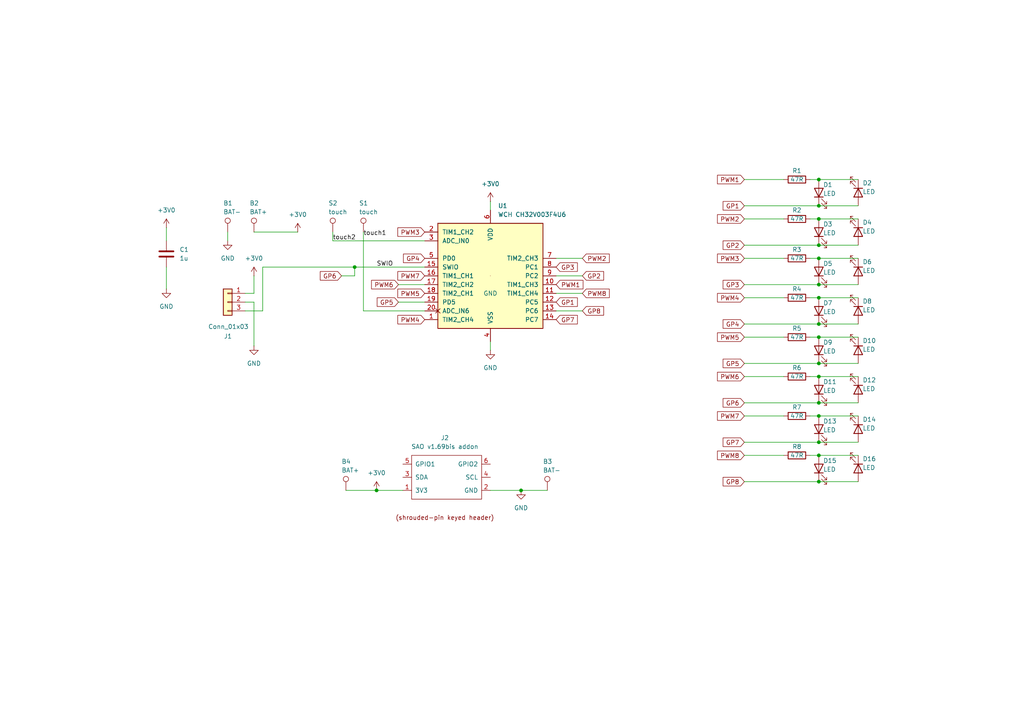
<source format=kicad_sch>
(kicad_sch (version 20231120) (generator "eeschema") (generator_version "8.0")
  (paper "A4")
  (lib_symbols
    (symbol "Connector:TestPoint" (pin_numbers hide) (pin_names (offset 0.762) hide)
      (property "Reference" "TP" (at 0 6.858 0))
      (property "Value" "TestPoint" (at 0 5.08 0))
      (symbol "TestPoint_0_1"
        (circle (center 0 3.302) (radius 0.762))
      )
      (symbol "TestPoint_1_1"
        (pin passive line (at 0 0 90) (length 2.54) (name "1") (number "1"))
      )
    )
    (symbol "Connector_Generic:Conn_01x03" (pin_names (offset 1.016) hide)
      (property "Reference" "J" (at 0 5.08 0))
      (property "Value" "Conn_01x03" (at 0 -5.08 0))
      (symbol "Conn_01x03_1_1"
        (rectangle (start -1.27 -2.413) (end 0 -2.667) (stroke (width 0.1524)))
        (rectangle (start -1.27 0.127) (end 0 -0.127) (stroke (width 0.1524)))
        (rectangle (start -1.27 2.667) (end 0 2.413) (stroke (width 0.1524)))
        (rectangle (start -1.27 3.81) (end 1.27 -3.81) (stroke (width 0.254)) (fill (type background)))
        (pin passive line (at -5.08 2.54 0) (length 3.81) (name "Pin_1") (number "1"))
        (pin passive line (at -5.08 0 0) (length 3.81) (name "Pin_2") (number "2"))
        (pin passive line (at -5.08 -2.54 0) (length 3.81) (name "Pin_3") (number "3"))
      )
    )
    (symbol "Device:C" (pin_numbers hide) (pin_names (offset 0.254))
      (property "Reference" "C" (at 0.635 2.54 0))
      (property "Value" "C" (at 0.635 -2.54 0))
      (symbol "C_0_1"
        (polyline (pts (xy -2.032 -0.762) (xy 2.032 -0.762)) (stroke (width 0.508)))
        (polyline (pts (xy -2.032 0.762) (xy 2.032 0.762)) (stroke (width 0.508)))
      )
      (symbol "C_1_1"
        (pin passive line (at 0 3.81 270) (length 2.794) (name "~") (number "1"))
        (pin passive line (at 0 -3.81 90) (length 2.794) (name "~") (number "2"))
      )
    )
    (symbol "Device:LED" (pin_numbers hide) (pin_names (offset 1.016) hide)
      (property "Reference" "D" (at 0 2.54 0))
      (property "Value" "LED" (at 0 -2.54 0))
      (symbol "LED_0_1"
        (polyline (pts (xy -1.27 -1.27) (xy -1.27 1.27)) (stroke (width 0.254)))
        (polyline (pts (xy -1.27 0) (xy 1.27 0)))
        (polyline (pts (xy 1.27 -1.27) (xy 1.27 1.27) (xy -1.27 0) (xy 1.27 -1.27)) (stroke (width 0.254)))
        (polyline (pts (xy -3.048 -0.762) (xy -4.572 -2.286) (xy -3.81 -2.286) (xy -4.572 -2.286) (xy -4.572 -1.524)))
        (polyline (pts (xy -1.778 -0.762) (xy -3.302 -2.286) (xy -2.54 -2.286) (xy -3.302 -2.286) (xy -3.302 -1.524)))
      )
      (symbol "LED_1_1"
        (pin passive line (at -3.81 0 0) (length 2.54) (name "K") (number "1"))
        (pin passive line (at 3.81 0 180) (length 2.54) (name "A") (number "2"))
      )
    )
    (symbol "Device:R" (pin_numbers hide) (pin_names (offset 0))
      (property "Reference" "R" (at 2.032 0 90))
      (property "Value" "R" (at 0 0 90))
      (symbol "R_0_1"
        (rectangle (start -1.016 -2.54) (end 1.016 2.54) (stroke (width 0.254)))
      )
      (symbol "R_1_1"
        (pin passive line (at 0 3.81 270) (length 1.27) (name "~") (number "1"))
        (pin passive line (at 0 -3.81 90) (length 1.27) (name "~") (number "2"))
      )
    )
    (symbol "extra:SAO v1.69bis addon" (pin_names (offset 1.016))
      (property "Reference" "J" (at -1.27 8.89 0))
      (property "Value" "SAO v1.69bis addon" (at -10.6806 -8.89 0))
      (symbol "SAO v1.69bis addon_0_1"
        (rectangle (start -10.16 6.35) (end 10.16 -6.35))
      )
      (symbol "SAO v1.69bis addon_1_1"
        (text "(shrouded-pin keyed header)" (at -0.508 -11.684 0) (effects (font (size 1.27 1.27))))
        (pin power_in line (at -12.7 -3.81 0) (length 2.54) (name "3V3") (number "1"))
        (pin power_in line (at 12.7 -3.81 180) (length 2.54) (name "GND") (number "2"))
        (pin bidirectional line (at -12.7 0 0) (length 2.54) (name "SDA") (number "3"))
        (pin input line (at 12.7 0 180) (length 2.54) (name "SCL") (number "4"))
        (pin bidirectional line (at -12.7 3.81 0) (length 2.54) (name "GPIO1") (number "5"))
        (pin bidirectional line (at 12.7 3.81 180) (length 2.54) (name "GPIO2") (number "6"))
      )
    )
    (symbol "extra:WCH CH32V003F4U6" (pin_names (offset 1.27))
      (property "Reference" "U" (at -13.97 16.51 0))
      (property "Value" "WCH CH32V003F4U6" (at 5.08 -16.51 0))
      (symbol "WCH CH32V003F4U6_0_1"
        (rectangle (start -15.24 15.24) (end 15.24 -15.24) (stroke (width 0.254)) (fill (type background)))
      )
      (symbol "WCH CH32V003F4U6_1_1"
        (pin bidirectional line (at -19.05 -12.7 0) (length 3.81) (name "PD7") (number "1") (alternate "TIM2_CH4" output line))
        (pin bidirectional line (at 19.05 -2.54 180) (length 3.81) (name "PC3") (number "10") (alternate "TIM1_CH3" output line))
        (pin bidirectional line (at 19.05 -5.08 180) (length 3.81) (name "PC4") (number "11") (alternate "TIM1_CH4" output line))
        (pin bidirectional line (at 19.05 -7.62 180) (length 3.81) (name "PC5") (number "12"))
        (pin bidirectional line (at 19.05 -10.16 180) (length 3.81) (name "PC6") (number "13"))
        (pin bidirectional line (at 19.05 -12.7 180) (length 3.81) (name "PC7") (number "14"))
        (pin bidirectional line (at -19.05 2.54 0) (length 3.81) (name "PD1") (number "15") (alternate "SWIO" bidirectional line))
        (pin bidirectional line (at -19.05 0 0) (length 3.81) (name "PD2") (number "16") (alternate "TIM1_CH1" output line))
        (pin bidirectional line (at -19.05 -2.54 0) (length 3.81) (name "PD3") (number "17") (alternate "TIM2_CH2" output line))
        (pin bidirectional line (at -19.05 -5.08 0) (length 3.81) (name "PD4") (number "18") (alternate "TIM2_CH1" output line))
        (pin bidirectional line (at -19.05 -7.62 0) (length 3.81) (name "PD5") (number "19"))
        (pin bidirectional line (at -19.05 12.7 0) (length 3.81) (name "PA1") (number "2") (alternate "TIM1_CH2" output line))
        (pin bidirectional line (at -19.05 -10.16 0) (length 3.81) (name "PD6") (number "20") (alternate "ADC_IN6" input non_logic))
        (pin power_in line (at 0 0 90) (length 3.81) hide (name "VSS") (number "21"))
        (pin bidirectional line (at -19.05 10.16 0) (length 3.81) (name "PA2") (number "3") (alternate "ADC_IN0" input line))
        (pin power_in line (at 0 -19.05 90) (length 3.81) (name "VSS") (number "4"))
        (pin bidirectional line (at -19.05 5.08 0) (length 3.81) (name "PD0") (number "5"))
        (pin power_in line (at 0 19.05 270) (length 3.81) (name "VDD") (number "6"))
        (pin bidirectional line (at 19.05 5.08 180) (length 3.81) (name "PC0") (number "7") (alternate "TIM2_CH3" output line))
        (pin bidirectional line (at 19.05 2.54 180) (length 3.81) (name "PC1") (number "8"))
        (pin bidirectional line (at 19.05 0 180) (length 3.81) (name "PC2") (number "9"))
      )
    )
    (symbol "power:+3V0" (power) (pin_numbers hide) (pin_names (offset 0) hide)
      (property "Value" "+3V0" (at 0 3.556 0))
      (symbol "+3V0_0_1"
        (polyline (pts (xy -0.762 1.27) (xy 0 2.54)))
        (polyline (pts (xy 0 0) (xy 0 2.54)))
        (polyline (pts (xy 0 2.54) (xy 0.762 1.27)))
      )
      (symbol "+3V0_1_1"
        (pin power_in line (at 0 0 90) (length 0) (name "~") (number "1"))
      )
    )
    (symbol "power:GND" (power) (pin_numbers hide) (pin_names (offset 0) hide)
      (property "Value" "GND" (at 0 -3.81 0))
      (symbol "GND_0_1"
        (polyline (pts (xy 0 0) (xy 0 -1.27) (xy 1.27 -1.27) (xy 0 -2.54) (xy -1.27 -1.27) (xy 0 -1.27)))
      )
      (symbol "GND_1_1"
        (pin power_in line (at 0 0 270) (length 0) (name "~") (number "1"))
      )
    )
  )
  (junction (at 237.49 109.22))
  (junction (at 237.49 52.07))
  (junction (at 237.49 74.93))
  (junction (at 237.49 105.41))
  (junction (at 151.13 142.24))
  (junction (at 109.22 142.24))
  (junction (at 237.49 93.98))
  (junction (at 237.49 128.27))
  (junction (at 237.49 82.55))
  (junction (at 102.87 77.47))
  (junction (at 237.49 63.5))
  (junction (at 237.49 71.12))
  (junction (at 237.49 97.79))
  (junction (at 237.49 120.65))
  (junction (at 237.49 116.84))
  (junction (at 237.49 86.36))
  (junction (at 237.49 132.08))
  (junction (at 237.49 59.69))
  (junction (at 237.49 139.7))
  (wire (pts (xy 123.19 69.85) (xy 96.52 69.85)))
  (wire (pts (xy 215.9 116.84) (xy 237.49 116.84)))
  (wire (pts (xy 71.12 87.63) (xy 73.66 87.63)))
  (wire (pts (xy 215.9 82.55) (xy 237.49 82.55)))
  (wire (pts (xy 48.26 83.82) (xy 48.26 77.47)))
  (wire (pts (xy 105.41 90.17) (xy 123.19 90.17)))
  (wire (pts (xy 76.2 77.47) (xy 102.87 77.47)))
  (wire (pts (xy 234.95 109.22) (xy 237.49 109.22)))
  (wire (pts (xy 234.95 74.93) (xy 237.49 74.93)))
  (wire (pts (xy 234.95 132.08) (xy 237.49 132.08)))
  (wire (pts (xy 161.29 85.09) (xy 168.91 85.09)))
  (wire (pts (xy 237.49 52.07) (xy 248.92 52.07)))
  (wire (pts (xy 73.66 85.09) (xy 71.12 85.09)))
  (wire (pts (xy 237.49 139.7) (xy 248.92 139.7)))
  (wire (pts (xy 215.9 71.12) (xy 237.49 71.12)))
  (wire (pts (xy 109.22 142.24) (xy 116.84 142.24)))
  (wire (pts (xy 237.49 105.41) (xy 248.92 105.41)))
  (wire (pts (xy 161.29 90.17) (xy 168.91 90.17)))
  (wire (pts (xy 237.49 86.36) (xy 248.92 86.36)))
  (wire (pts (xy 73.66 67.31) (xy 86.36 67.31)))
  (wire (pts (xy 237.49 116.84) (xy 248.92 116.84)))
  (wire (pts (xy 215.9 93.98) (xy 237.49 93.98)))
  (wire (pts (xy 215.9 105.41) (xy 237.49 105.41)))
  (wire (pts (xy 161.29 80.01) (xy 168.91 80.01)))
  (wire (pts (xy 102.87 77.47) (xy 123.19 77.47)))
  (wire (pts (xy 215.9 86.36) (xy 227.33 86.36)))
  (wire (pts (xy 142.24 99.06) (xy 142.24 101.6)))
  (wire (pts (xy 151.13 142.24) (xy 158.75 142.24)))
  (wire (pts (xy 237.49 71.12) (xy 248.92 71.12)))
  (wire (pts (xy 105.41 67.31) (xy 105.41 90.17)))
  (wire (pts (xy 215.9 120.65) (xy 227.33 120.65)))
  (wire (pts (xy 237.49 93.98) (xy 248.92 93.98)))
  (wire (pts (xy 161.29 74.93) (xy 168.91 74.93)))
  (wire (pts (xy 215.9 59.69) (xy 237.49 59.69)))
  (wire (pts (xy 142.24 58.42) (xy 142.24 60.96)))
  (wire (pts (xy 237.49 120.65) (xy 248.92 120.65)))
  (wire (pts (xy 215.9 139.7) (xy 237.49 139.7)))
  (wire (pts (xy 100.33 142.24) (xy 109.22 142.24)))
  (wire (pts (xy 237.49 59.69) (xy 248.92 59.69)))
  (wire (pts (xy 234.95 120.65) (xy 237.49 120.65)))
  (wire (pts (xy 99.06 80.01) (xy 102.87 80.01)))
  (wire (pts (xy 215.9 132.08) (xy 227.33 132.08)))
  (wire (pts (xy 215.9 74.93) (xy 227.33 74.93)))
  (wire (pts (xy 237.49 109.22) (xy 248.92 109.22)))
  (wire (pts (xy 96.52 69.85) (xy 96.52 67.31)))
  (wire (pts (xy 66.04 67.31) (xy 66.04 69.85)))
  (wire (pts (xy 234.95 97.79) (xy 237.49 97.79)))
  (wire (pts (xy 48.26 66.04) (xy 48.26 69.85)))
  (wire (pts (xy 73.66 80.01) (xy 73.66 85.09)))
  (wire (pts (xy 237.49 128.27) (xy 248.92 128.27)))
  (wire (pts (xy 215.9 128.27) (xy 237.49 128.27)))
  (wire (pts (xy 76.2 90.17) (xy 71.12 90.17)))
  (wire (pts (xy 215.9 97.79) (xy 227.33 97.79)))
  (wire (pts (xy 215.9 52.07) (xy 227.33 52.07)))
  (wire (pts (xy 215.9 63.5) (xy 227.33 63.5)))
  (wire (pts (xy 237.49 82.55) (xy 248.92 82.55)))
  (wire (pts (xy 234.95 63.5) (xy 237.49 63.5)))
  (wire (pts (xy 115.57 87.63) (xy 123.19 87.63)))
  (wire (pts (xy 115.57 82.55) (xy 123.19 82.55)))
  (wire (pts (xy 234.95 52.07) (xy 237.49 52.07)))
  (wire (pts (xy 102.87 80.01) (xy 102.87 77.47)))
  (wire (pts (xy 73.66 87.63) (xy 73.66 100.33)))
  (wire (pts (xy 234.95 86.36) (xy 237.49 86.36)))
  (wire (pts (xy 142.24 142.24) (xy 151.13 142.24)))
  (wire (pts (xy 237.49 63.5) (xy 248.92 63.5)))
  (wire (pts (xy 76.2 77.47) (xy 76.2 90.17)))
  (wire (pts (xy 237.49 74.93) (xy 248.92 74.93)))
  (wire (pts (xy 237.49 97.79) (xy 248.92 97.79)))
  (wire (pts (xy 237.49 132.08) (xy 248.92 132.08)))
  (wire (pts (xy 215.9 109.22) (xy 227.33 109.22)))
  (label "touch1" (at 105.41 68.58 0))
  (label "touch2" (at 96.52 69.85 0))
  (label "SWIO" (at 109.22 77.47 0))
  (global_label "GP1" (shape input) (at 161.29 87.63 0) (property "Intersheetrefs" "${INTERSHEET_REFS}" (effects (hide yes))))
  (global_label "GP4" (shape input) (at 123.19 74.93 180) (property "Intersheetrefs" "${INTERSHEET_REFS}" (effects (hide yes))))
  (global_label "GP3" (shape input) (at 215.9 82.55 180) (property "Intersheetrefs" "${INTERSHEET_REFS}" (effects (hide yes))))
  (global_label "PWM3" (shape input) (at 123.19 67.31 180) (property "Intersheetrefs" "${INTERSHEET_REFS}" (effects (hide yes))))
  (global_label "PWM6" (shape input) (at 215.9 109.22 180) (property "Intersheetrefs" "${INTERSHEET_REFS}" (effects (hide yes))))
  (global_label "GP1" (shape input) (at 215.9 59.69 180) (property "Intersheetrefs" "${INTERSHEET_REFS}" (effects (hide yes))))
  (global_label "PWM1" (shape input) (at 215.9 52.07 180) (property "Intersheetrefs" "${INTERSHEET_REFS}" (effects (hide yes))))
  (global_label "GP7" (shape input) (at 161.29 92.71 0) (property "Intersheetrefs" "${INTERSHEET_REFS}" (effects (hide yes))))
  (global_label "PWM1" (shape input) (at 161.29 82.55 0) (property "Intersheetrefs" "${INTERSHEET_REFS}" (effects (hide yes))))
  (global_label "PWM2" (shape input) (at 215.9 63.5 180) (property "Intersheetrefs" "${INTERSHEET_REFS}" (effects (hide yes))))
  (global_label "GP5" (shape input) (at 115.57 87.63 180) (property "Intersheetrefs" "${INTERSHEET_REFS}" (effects (hide yes))))
  (global_label "GP8" (shape input) (at 168.91 90.17 0) (property "Intersheetrefs" "${INTERSHEET_REFS}" (effects (hide yes))))
  (global_label "PWM7" (shape input) (at 215.9 120.65 180) (property "Intersheetrefs" "${INTERSHEET_REFS}" (effects (hide yes))))
  (global_label "GP2" (shape input) (at 215.9 71.12 180) (property "Intersheetrefs" "${INTERSHEET_REFS}" (effects (hide yes))))
  (global_label "PWM4" (shape input) (at 215.9 86.36 180) (property "Intersheetrefs" "${INTERSHEET_REFS}" (effects (hide yes))))
  (global_label "GP7" (shape input) (at 215.9 128.27 180) (property "Intersheetrefs" "${INTERSHEET_REFS}" (effects (hide yes))))
  (global_label "PWM5" (shape input) (at 123.19 85.09 180) (property "Intersheetrefs" "${INTERSHEET_REFS}" (effects (hide yes))))
  (global_label "PWM5" (shape input) (at 215.9 97.79 180) (property "Intersheetrefs" "${INTERSHEET_REFS}" (effects (hide yes))))
  (global_label "PWM3" (shape input) (at 215.9 74.93 180) (property "Intersheetrefs" "${INTERSHEET_REFS}" (effects (hide yes))))
  (global_label "PWM7" (shape input) (at 123.19 80.01 180) (property "Intersheetrefs" "${INTERSHEET_REFS}" (effects (hide yes))))
  (global_label "GP3" (shape input) (at 161.29 77.47 0) (property "Intersheetrefs" "${INTERSHEET_REFS}" (effects (hide yes))))
  (global_label "PWM2" (shape input) (at 168.91 74.93 0) (property "Intersheetrefs" "${INTERSHEET_REFS}" (effects (hide yes))))
  (global_label "GP5" (shape input) (at 215.9 105.41 180) (property "Intersheetrefs" "${INTERSHEET_REFS}" (effects (hide yes))))
  (global_label "PWM6" (shape input) (at 115.57 82.55 180) (property "Intersheetrefs" "${INTERSHEET_REFS}" (effects (hide yes))))
  (global_label "GP4" (shape input) (at 215.9 93.98 180) (property "Intersheetrefs" "${INTERSHEET_REFS}" (effects (hide yes))))
  (global_label "GP6" (shape input) (at 215.9 116.84 180) (property "Intersheetrefs" "${INTERSHEET_REFS}" (effects (hide yes))))
  (global_label "GP2" (shape input) (at 168.91 80.01 0) (property "Intersheetrefs" "${INTERSHEET_REFS}" (effects (hide yes))))
  (global_label "PWM4" (shape input) (at 123.19 92.71 180) (property "Intersheetrefs" "${INTERSHEET_REFS}" (effects (hide yes))))
  (global_label "PWM8" (shape input) (at 215.9 132.08 180) (property "Intersheetrefs" "${INTERSHEET_REFS}" (effects (hide yes))))
  (global_label "GP8" (shape input) (at 215.9 139.7 180) (property "Intersheetrefs" "${INTERSHEET_REFS}" (effects (hide yes))))
  (global_label "GP6" (shape input) (at 99.06 80.01 180) (property "Intersheetrefs" "${INTERSHEET_REFS}" (effects (hide yes))))
  (global_label "PWM8" (shape input) (at 168.91 85.09 0) (property "Intersheetrefs" "${INTERSHEET_REFS}" (effects (hide yes))))
  (symbol (lib_id "Device:R") (at 231.14 63.5 90) (unit 1)
    (property "Reference" "R2" (at 231.14 60.96 90))
    (property "Value" "47R" (at 231.14 63.5 90))
    (property "Footprint" "Resistor_SMD:R_0402_1005Metric" (effects (hide yes)))
    (property "Datasheet" "https://www.lcsc.com/datasheet/lcsc_datasheet_2411071710_FOJAN-FRC0402F47R0TS_C2909362.pdf" (effects (hide yes)))
    (property "Description" "Resistor" (effects (hide yes)))
    (property "LCSC" "C2909362" (effects (hide yes)))
  )
  (symbol (lib_id "Device:R") (at 231.14 132.08 90) (unit 1)
    (property "Reference" "R8" (at 231.14 129.54 90))
    (property "Value" "47R" (at 231.14 132.08 90))
    (property "Footprint" "Resistor_SMD:R_0402_1005Metric" (effects (hide yes)))
    (property "Datasheet" "https://www.lcsc.com/datasheet/lcsc_datasheet_2411071710_FOJAN-FRC0402F47R0TS_C2909362.pdf" (effects (hide yes)))
    (property "Description" "Resistor" (effects (hide yes)))
    (property "LCSC" "C2909362" (effects (hide yes)))
  )
  (symbol (lib_id "power:GND") (at 66.04 69.85 0) (unit 1)
    (property "Reference" "#PWR03" (effects (hide yes)))
    (property "Value" "GND" (at 66.04 74.93 0))
    (property "Description" "Power symbol creates a global label with name \"GND\" , ground" (effects (hide yes)))
  )
  (symbol (lib_id "power:GND") (at 151.13 142.24 0) (unit 1)
    (property "Reference" "#PWR08" (effects (hide yes)))
    (property "Value" "GND" (at 151.13 147.32 0))
    (property "Description" "Power symbol creates a global label with name \"GND\" , ground" (effects (hide yes)))
  )
  (symbol (lib_id "Device:R") (at 231.14 52.07 90) (unit 1)
    (property "Reference" "R1" (at 231.14 49.53 90))
    (property "Value" "47R" (at 231.14 52.07 90))
    (property "Footprint" "Resistor_SMD:R_0402_1005Metric" (effects (hide yes)))
    (property "Datasheet" "https://www.lcsc.com/datasheet/lcsc_datasheet_2411071710_FOJAN-FRC0402F47R0TS_C2909362.pdf" (effects (hide yes)))
    (property "Description" "Resistor" (effects (hide yes)))
    (property "LCSC" "C2909362" (effects (hide yes)))
  )
  (symbol (lib_id "Device:LED") (at 237.49 67.31 90) (unit 1)
    (property "Reference" "D3" (at 238.76 65.024 90) (effects (justify right)))
    (property "Value" "LED" (at 238.76 67.564 90) (effects (justify right)))
    (property "Footprint" "LED_SMD:LED_0402_1005Metric" (effects (hide yes)))
    (property "Datasheet" "https://www.lcsc.com/datasheet/lcsc_datasheet_2402181505_XINGLIGHT-XL-1005SURC_C965790.pdf" (effects (hide yes)))
    (property "Description" "Light emitting diode" (effects (hide yes)))
    (property "LCSC" "C965790" (effects (hide yes)))
  )
  (symbol (lib_id "power:+3V0") (at 142.24 58.42 0) (unit 1)
    (property "Reference" "#PWR01" (effects (hide yes)))
    (property "Value" "+3V0" (at 142.24 53.34 0))
    (property "Description" "Power symbol creates a global label with name \"+3V0\"" (effects (hide yes)))
  )
  (symbol (lib_id "Device:LED") (at 248.92 67.31 270) (unit 1)
    (property "Reference" "D4" (at 250.19 64.516 90) (effects (justify left)))
    (property "Value" "LED" (at 250.19 67.056 90) (effects (justify left)))
    (property "Footprint" "LED_SMD:LED_0402_1005Metric" (effects (hide yes)))
    (property "Datasheet" "https://www.lcsc.com/datasheet/lcsc_datasheet_2402181505_XINGLIGHT-XL-1005SURC_C965790.pdf" (effects (hide yes)))
    (property "Description" "Light emitting diode" (effects (hide yes)))
    (property "LCSC" "C965790" (effects (hide yes)))
  )
  (symbol (lib_id "Device:R") (at 231.14 97.79 90) (unit 1)
    (property "Reference" "R5" (at 231.14 95.25 90))
    (property "Value" "47R" (at 231.14 97.79 90))
    (property "Footprint" "Resistor_SMD:R_0402_1005Metric" (effects (hide yes)))
    (property "Datasheet" "https://www.lcsc.com/datasheet/lcsc_datasheet_2411071710_FOJAN-FRC0402F47R0TS_C2909362.pdf" (effects (hide yes)))
    (property "Description" "Resistor" (effects (hide yes)))
    (property "LCSC" "C2909362" (effects (hide yes)))
  )
  (symbol (lib_id "Device:LED") (at 237.49 101.6 90) (unit 1)
    (property "Reference" "D9" (at 238.76 99.314 90) (effects (justify right)))
    (property "Value" "LED" (at 238.76 101.854 90) (effects (justify right)))
    (property "Footprint" "LED_SMD:LED_0402_1005Metric" (effects (hide yes)))
    (property "Datasheet" "https://www.lcsc.com/datasheet/lcsc_datasheet_2402181505_XINGLIGHT-XL-1005SURC_C965790.pdf" (effects (hide yes)))
    (property "Description" "Light emitting diode" (effects (hide yes)))
    (property "LCSC" "C965790" (effects (hide yes)))
  )
  (symbol (lib_id "power:GND") (at 142.24 101.6 0) (unit 1)
    (property "Reference" "#PWR05" (effects (hide yes)))
    (property "Value" "GND" (at 142.24 106.68 0))
    (property "Description" "Power symbol creates a global label with name \"GND\" , ground" (effects (hide yes)))
  )
  (symbol (lib_id "Device:LED") (at 248.92 78.74 270) (unit 1)
    (property "Reference" "D6" (at 250.19 75.946 90) (effects (justify left)))
    (property "Value" "LED" (at 250.19 78.486 90) (effects (justify left)))
    (property "Footprint" "LED_SMD:LED_0402_1005Metric" (effects (hide yes)))
    (property "Datasheet" "https://www.lcsc.com/datasheet/lcsc_datasheet_2402181505_XINGLIGHT-XL-1005SURC_C965790.pdf" (effects (hide yes)))
    (property "Description" "Light emitting diode" (effects (hide yes)))
    (property "LCSC" "C965790" (effects (hide yes)))
  )
  (symbol (lib_id "Connector:TestPoint") (at 158.75 142.24 0) (unit 1) (in_bom no)
    (property "Reference" "B3" (at 157.48 133.858 0) (effects (justify left)))
    (property "Value" "BAT-" (at 157.48 136.398 0) (effects (justify left)))
    (property "Footprint" "TestPoint:TestPoint_Pad_D4.0mm" (effects (hide yes)))
    (property "Description" "test point" (effects (hide yes)))
  )
  (symbol (lib_id "Device:LED") (at 237.49 55.88 90) (unit 1)
    (property "Reference" "D1" (at 238.76 53.594 90) (effects (justify right)))
    (property "Value" "LED" (at 238.76 56.134 90) (effects (justify right)))
    (property "Footprint" "LED_SMD:LED_0402_1005Metric" (effects (hide yes)))
    (property "Datasheet" "https://www.lcsc.com/datasheet/lcsc_datasheet_2402181505_XINGLIGHT-XL-1005SURC_C965790.pdf" (effects (hide yes)))
    (property "Description" "Light emitting diode" (effects (hide yes)))
    (property "LCSC" "C965790" (effects (hide yes)))
  )
  (symbol (lib_id "Device:LED") (at 248.92 101.6 270) (unit 1)
    (property "Reference" "D10" (at 250.19 98.806 90) (effects (justify left)))
    (property "Value" "LED" (at 250.19 101.346 90) (effects (justify left)))
    (property "Footprint" "LED_SMD:LED_0402_1005Metric" (effects (hide yes)))
    (property "Datasheet" "https://www.lcsc.com/datasheet/lcsc_datasheet_2402181505_XINGLIGHT-XL-1005SURC_C965790.pdf" (effects (hide yes)))
    (property "Description" "Light emitting diode" (effects (hide yes)))
    (property "LCSC" "C965790" (effects (hide yes)))
  )
  (symbol (lib_id "Connector:TestPoint") (at 105.41 67.31 0) (unit 1) (in_bom no)
    (property "Reference" "S1" (at 104.14 58.928 0) (effects (justify left)))
    (property "Value" "touch" (at 104.14 61.468 0) (effects (justify left)))
    (property "Footprint" "TestPoint:TestPoint_Pad_D4.0mm" (effects (hide yes)))
    (property "Description" "test point" (effects (hide yes)))
  )
  (symbol (lib_id "power:+3V0") (at 48.26 66.04 0) (unit 1)
    (property "Reference" "#PWR09" (effects (hide yes)))
    (property "Value" "+3V0" (at 48.26 60.96 0))
    (property "Description" "Power symbol creates a global label with name \"+3V0\"" (effects (hide yes)))
  )
  (symbol (lib_id "Device:LED") (at 237.49 135.89 90) (unit 1)
    (property "Reference" "D15" (at 238.76 133.604 90) (effects (justify right)))
    (property "Value" "LED" (at 238.76 136.144 90) (effects (justify right)))
    (property "Footprint" "LED_SMD:LED_0402_1005Metric" (effects (hide yes)))
    (property "Datasheet" "https://www.lcsc.com/datasheet/lcsc_datasheet_2402181505_XINGLIGHT-XL-1005SURC_C965790.pdf" (effects (hide yes)))
    (property "Description" "Light emitting diode" (effects (hide yes)))
    (property "LCSC" "C965790" (effects (hide yes)))
  )
  (symbol (lib_id "Device:LED") (at 248.92 90.17 270) (unit 1)
    (property "Reference" "D8" (at 250.19 87.376 90) (effects (justify left)))
    (property "Value" "LED" (at 250.19 89.916 90) (effects (justify left)))
    (property "Footprint" "LED_SMD:LED_0402_1005Metric" (effects (hide yes)))
    (property "Datasheet" "https://www.lcsc.com/datasheet/lcsc_datasheet_2402181505_XINGLIGHT-XL-1005SURC_C965790.pdf" (effects (hide yes)))
    (property "Description" "Light emitting diode" (effects (hide yes)))
    (property "LCSC" "C965790" (effects (hide yes)))
  )
  (symbol (lib_id "Device:LED") (at 237.49 90.17 90) (unit 1)
    (property "Reference" "D7" (at 238.76 87.884 90) (effects (justify right)))
    (property "Value" "LED" (at 238.76 90.424 90) (effects (justify right)))
    (property "Footprint" "LED_SMD:LED_0402_1005Metric" (effects (hide yes)))
    (property "Datasheet" "https://www.lcsc.com/datasheet/lcsc_datasheet_2402181505_XINGLIGHT-XL-1005SURC_C965790.pdf" (effects (hide yes)))
    (property "Description" "Light emitting diode" (effects (hide yes)))
    (property "LCSC" "C965790" (effects (hide yes)))
  )
  (symbol (lib_id "power:+3V0") (at 109.22 142.24 0) (unit 1)
    (property "Reference" "#PWR011" (effects (hide yes)))
    (property "Value" "+3V0" (at 109.22 137.16 0))
    (property "Description" "Power symbol creates a global label with name \"+3V0\"" (effects (hide yes)))
  )
  (symbol (lib_id "Device:R") (at 231.14 86.36 90) (unit 1)
    (property "Reference" "R4" (at 231.14 83.82 90))
    (property "Value" "47R" (at 231.14 86.36 90))
    (property "Footprint" "Resistor_SMD:R_0402_1005Metric" (effects (hide yes)))
    (property "Datasheet" "https://www.lcsc.com/datasheet/lcsc_datasheet_2411071710_FOJAN-FRC0402F47R0TS_C2909362.pdf" (effects (hide yes)))
    (property "Description" "Resistor" (effects (hide yes)))
    (property "LCSC" "C2909362" (effects (hide yes)))
  )
  (symbol (lib_id "Device:LED") (at 237.49 78.74 90) (unit 1)
    (property "Reference" "D5" (at 238.76 76.454 90) (effects (justify right)))
    (property "Value" "LED" (at 238.76 78.994 90) (effects (justify right)))
    (property "Footprint" "LED_SMD:LED_0402_1005Metric" (effects (hide yes)))
    (property "Datasheet" "https://www.lcsc.com/datasheet/lcsc_datasheet_2402181505_XINGLIGHT-XL-1005SURC_C965790.pdf" (effects (hide yes)))
    (property "Description" "Light emitting diode" (effects (hide yes)))
    (property "LCSC" "C965790" (effects (hide yes)))
  )
  (symbol (lib_id "power:+3V0") (at 73.66 80.01 0) (unit 1)
    (property "Reference" "#PWR06" (effects (hide yes)))
    (property "Value" "+3V0" (at 73.66 74.93 0))
    (property "Description" "Power symbol creates a global label with name \"+3V0\"" (effects (hide yes)))
  )
  (symbol (lib_id "power:GND") (at 73.66 100.33 0) (unit 1)
    (property "Reference" "#PWR07" (effects (hide yes)))
    (property "Value" "GND" (at 73.66 105.41 0))
    (property "Description" "Power symbol creates a global label with name \"GND\" , ground" (effects (hide yes)))
  )
  (symbol (lib_id "extra:SAO v1.69bis addon") (at 129.54 138.43 0) (unit 1)
    (property "Reference" "J2" (at 129.032 127 0))
    (property "Value" "SAO v1.69bis addon" (at 129.032 129.54 0))
    (property "Footprint" "Connector_IDC:IDC-Header_2x03_P2.54mm_Vertical" (effects (hide yes)))
    (property "Datasheet" "https://hackaday.com/2019/03/20/introducing-the-shitty-add-on-v1-69bis-standard/" (effects (hide yes)))
  )
  (symbol (lib_id "Device:LED") (at 237.49 124.46 90) (unit 1)
    (property "Reference" "D13" (at 238.76 122.174 90) (effects (justify right)))
    (property "Value" "LED" (at 238.76 124.714 90) (effects (justify right)))
    (property "Footprint" "LED_SMD:LED_0402_1005Metric" (effects (hide yes)))
    (property "Datasheet" "https://www.lcsc.com/datasheet/lcsc_datasheet_2402181505_XINGLIGHT-XL-1005SURC_C965790.pdf" (effects (hide yes)))
    (property "Description" "Light emitting diode" (effects (hide yes)))
    (property "LCSC" "C965790" (effects (hide yes)))
  )
  (symbol (lib_id "Connector:TestPoint") (at 96.52 67.31 0) (unit 1) (in_bom no)
    (property "Reference" "S2" (at 95.25 58.928 0) (effects (justify left)))
    (property "Value" "touch" (at 95.25 61.468 0) (effects (justify left)))
    (property "Footprint" "TestPoint:TestPoint_Pad_D4.0mm" (effects (hide yes)))
    (property "Description" "test point" (effects (hide yes)))
  )
  (symbol (lib_id "Device:LED") (at 248.92 113.03 270) (unit 1)
    (property "Reference" "D12" (at 250.19 110.236 90) (effects (justify left)))
    (property "Value" "LED" (at 250.19 112.776 90) (effects (justify left)))
    (property "Footprint" "LED_SMD:LED_0402_1005Metric" (effects (hide yes)))
    (property "Datasheet" "https://www.lcsc.com/datasheet/lcsc_datasheet_2402181505_XINGLIGHT-XL-1005SURC_C965790.pdf" (effects (hide yes)))
    (property "Description" "Light emitting diode" (effects (hide yes)))
    (property "LCSC" "C965790" (effects (hide yes)))
  )
  (symbol (lib_id "power:GND") (at 48.26 83.82 0) (unit 1)
    (property "Reference" "#PWR010" (effects (hide yes)))
    (property "Value" "GND" (at 48.26 88.9 0))
    (property "Description" "Power symbol creates a global label with name \"GND\" , ground" (effects (hide yes)))
  )
  (symbol (lib_id "power:+3V0") (at 86.36 67.31 0) (unit 1)
    (property "Reference" "#PWR04" (effects (hide yes)))
    (property "Value" "+3V0" (at 86.36 62.23 0))
    (property "Description" "Power symbol creates a global label with name \"+3V0\"" (effects (hide yes)))
  )
  (symbol (lib_id "Connector:TestPoint") (at 100.33 142.24 0) (unit 1) (in_bom no)
    (property "Reference" "B4" (at 99.06 133.858 0) (effects (justify left)))
    (property "Value" "BAT+" (at 99.06 136.398 0) (effects (justify left)))
    (property "Footprint" "TestPoint:TestPoint_Pad_D4.0mm" (effects (hide yes)))
    (property "Description" "test point" (effects (hide yes)))
  )
  (symbol (lib_id "Device:LED") (at 237.49 113.03 90) (unit 1)
    (property "Reference" "D11" (at 238.76 110.744 90) (effects (justify right)))
    (property "Value" "LED" (at 238.76 113.284 90) (effects (justify right)))
    (property "Footprint" "LED_SMD:LED_0402_1005Metric" (effects (hide yes)))
    (property "Datasheet" "https://www.lcsc.com/datasheet/lcsc_datasheet_2402181505_XINGLIGHT-XL-1005SURC_C965790.pdf" (effects (hide yes)))
    (property "Description" "Light emitting diode" (effects (hide yes)))
    (property "LCSC" "C965790" (effects (hide yes)))
  )
  (symbol (lib_id "Device:LED") (at 248.92 55.88 270) (unit 1)
    (property "Reference" "D2" (at 250.19 53.086 90) (effects (justify left)))
    (property "Value" "LED" (at 250.19 55.626 90) (effects (justify left)))
    (property "Footprint" "LED_SMD:LED_0402_1005Metric" (effects (hide yes)))
    (property "Datasheet" "https://www.lcsc.com/datasheet/lcsc_datasheet_2402181505_XINGLIGHT-XL-1005SURC_C965790.pdf" (effects (hide yes)))
    (property "Description" "Light emitting diode" (effects (hide yes)))
    (property "LCSC" "C965790" (effects (hide yes)))
  )
  (symbol (lib_id "Device:R") (at 231.14 120.65 90) (unit 1)
    (property "Reference" "R7" (at 231.14 118.11 90))
    (property "Value" "47R" (at 231.14 120.65 90))
    (property "Footprint" "Resistor_SMD:R_0402_1005Metric" (effects (hide yes)))
    (property "Datasheet" "https://www.lcsc.com/datasheet/lcsc_datasheet_2411071710_FOJAN-FRC0402F47R0TS_C2909362.pdf" (effects (hide yes)))
    (property "Description" "Resistor" (effects (hide yes)))
    (property "LCSC" "C2909362" (effects (hide yes)))
  )
  (symbol (lib_id "Connector:TestPoint") (at 73.66 67.31 0) (unit 1) (in_bom no)
    (property "Reference" "B2" (at 72.39 58.928 0) (effects (justify left)))
    (property "Value" "BAT+" (at 72.39 61.468 0) (effects (justify left)))
    (property "Footprint" "TestPoint:TestPoint_Pad_D4.0mm" (effects (hide yes)))
    (property "Description" "test point" (effects (hide yes)))
  )
  (symbol (lib_id "power:GND") (at 142.24 80.01 0) (unit 1)
    (property "Reference" "#PWR02" (effects (hide yes)))
    (property "Value" "GND" (at 142.24 85.09 0))
    (property "Description" "Power symbol creates a global label with name \"GND\" , ground" (effects (hide yes)))
  )
  (symbol (lib_id "extra:WCH CH32V003F4U6") (at 142.24 80.01 0) (unit 1)
    (property "Reference" "U1" (at 144.4341 59.69 0) (effects (justify left)))
    (property "Value" "WCH CH32V003F4U6" (at 144.4341 62.23 0) (effects (justify left)))
    (property "Footprint" "Package_DFN_QFN:QFN-20-1EP_3x3mm_P0.4mm_EP1.65x1.65mm" (effects (hide yes)))
    (property "Datasheet" "https://www.wch-ic.com/downloads/CH32V003DS0_PDF.html" (effects (hide yes)))
    (property "Description" "industrial-grade general-purpose microcontroller" (effects (hide yes)))
    (property "LCSC" "C5299908" (effects (hide yes)))
    (pin "18" (alternate "TIM2_CH1"))
    (pin "2" (alternate "TIM1_CH2"))
    (pin "3" (alternate "ADC_IN0"))
    (pin "20" (alternate "ADC_IN6"))
    (pin "1" (alternate "TIM2_CH4"))
    (pin "10" (alternate "TIM1_CH3"))
    (pin "15" (alternate "SWIO"))
    (pin "11" (alternate "TIM1_CH4"))
    (pin "16" (alternate "TIM1_CH1"))
    (pin "17" (alternate "TIM2_CH2"))
    (pin "7" (alternate "TIM2_CH3"))
  )
  (symbol (lib_id "Connector_Generic:Conn_01x03") (at 66.04 87.63 0) (mirror y) (unit 1) (in_bom no)
    (property "Reference" "J1" (at 67.31 97.536 0) (effects (justify left)))
    (property "Value" "Conn_01x03" (at 72.136 94.742 0) (effects (justify left)))
    (property "Footprint" "Connector_PinHeader_1.27mm:PinHeader_1x03_P1.27mm_Vertical" (effects (hide yes)))
    (property "Description" "Generic connector, single row, 01x03, script generated (kicad-library-utils/schlib/autogen/connector/)" (effects (hide yes)))
  )
  (symbol (lib_id "Device:LED") (at 248.92 124.46 270) (unit 1)
    (property "Reference" "D14" (at 250.19 121.666 90) (effects (justify left)))
    (property "Value" "LED" (at 250.19 124.206 90) (effects (justify left)))
    (property "Footprint" "LED_SMD:LED_0402_1005Metric" (effects (hide yes)))
    (property "Datasheet" "https://www.lcsc.com/datasheet/lcsc_datasheet_2402181505_XINGLIGHT-XL-1005SURC_C965790.pdf" (effects (hide yes)))
    (property "Description" "Light emitting diode" (effects (hide yes)))
    (property "LCSC" "C965790" (effects (hide yes)))
  )
  (symbol (lib_id "Device:LED") (at 248.92 135.89 270) (unit 1)
    (property "Reference" "D16" (at 250.19 133.096 90) (effects (justify left)))
    (property "Value" "LED" (at 250.19 135.636 90) (effects (justify left)))
    (property "Footprint" "LED_SMD:LED_0402_1005Metric" (effects (hide yes)))
    (property "Datasheet" "https://www.lcsc.com/datasheet/lcsc_datasheet_2402181505_XINGLIGHT-XL-1005SURC_C965790.pdf" (effects (hide yes)))
    (property "Description" "Light emitting diode" (effects (hide yes)))
    (property "LCSC" "C965790" (effects (hide yes)))
  )
  (symbol (lib_id "Device:R") (at 231.14 74.93 90) (unit 1)
    (property "Reference" "R3" (at 231.14 72.39 90))
    (property "Value" "47R" (at 231.14 74.93 90))
    (property "Footprint" "Resistor_SMD:R_0402_1005Metric" (effects (hide yes)))
    (property "Datasheet" "https://www.lcsc.com/datasheet/lcsc_datasheet_2411071710_FOJAN-FRC0402F47R0TS_C2909362.pdf" (effects (hide yes)))
    (property "Description" "Resistor" (effects (hide yes)))
    (property "LCSC" "C2909362" (effects (hide yes)))
  )
  (symbol (lib_id "Device:C") (at 48.26 73.66 0) (unit 1)
    (property "Reference" "C1" (at 52.07 72.3899 0) (effects (justify left)))
    (property "Value" "1u" (at 52.07 74.9299 0) (effects (justify left)))
    (property "Footprint" "Capacitor_SMD:C_0402_1005Metric" (effects (hide yes)))
    (property "Datasheet" "https://www.lcsc.com/datasheet/lcsc_datasheet_2410121534_CCTC-TCC0402X5R105M160AT_C7393851.pdf" (effects (hide yes)))
    (property "Description" "Unpolarized capacitor" (effects (hide yes)))
    (property "LCSC" "C7393851" (effects (hide yes)))
  )
  (symbol (lib_id "Device:R") (at 231.14 109.22 90) (unit 1)
    (property "Reference" "R6" (at 231.14 106.68 90))
    (property "Value" "47R" (at 231.14 109.22 90))
    (property "Footprint" "Resistor_SMD:R_0402_1005Metric" (effects (hide yes)))
    (property "Datasheet" "https://www.lcsc.com/datasheet/lcsc_datasheet_2411071710_FOJAN-FRC0402F47R0TS_C2909362.pdf" (effects (hide yes)))
    (property "Description" "Resistor" (effects (hide yes)))
    (property "LCSC" "C2909362" (effects (hide yes)))
  )
  (symbol (lib_id "Connector:TestPoint") (at 66.04 67.31 0) (unit 1) (in_bom no)
    (property "Reference" "B1" (at 64.77 58.928 0) (effects (justify left)))
    (property "Value" "BAT-" (at 64.77 61.468 0) (effects (justify left)))
    (property "Footprint" "TestPoint:TestPoint_Pad_D4.0mm" (effects (hide yes)))
    (property "Description" "test point" (effects (hide yes)))
  )
)
</source>
